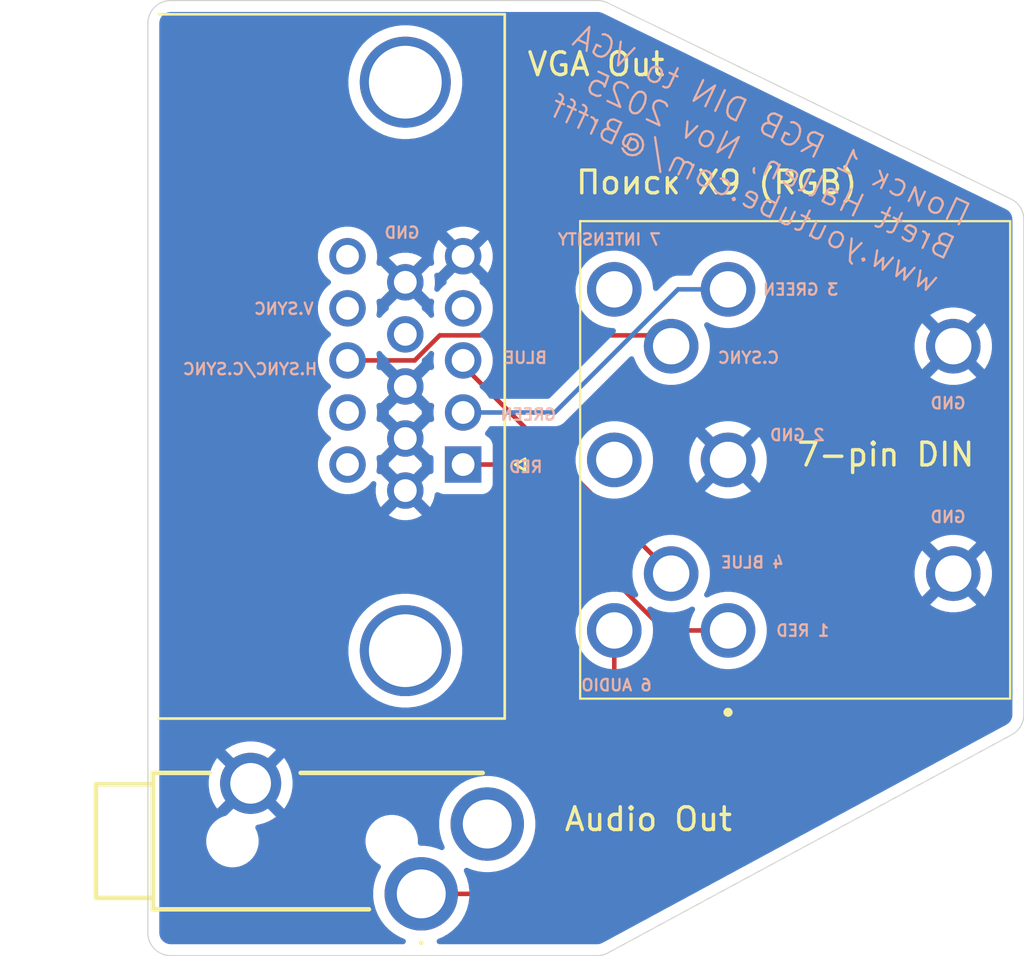
<source format=kicad_pcb>
(kicad_pcb (version 20241229) (generator "pcbnew") (generator_version "9.0")
  (title_block (title "Поиск 1 RGB DIN to VGA") (date "20/NOV/2025") (rev "A") (company "Brett Hallen") (comment 1 "www.youtube.com/@Brfff"))
  (layers (0 "F.Cu" signal) (2 "B.Cu" signal) (13 "F.Paste" user) (15 "B.Paste" user) (5 "F.SilkS" user "F.Silkscreen") (7 "B.SilkS" user "B.Silkscreen") (1 "F.Mask" user) (3 "B.Mask" user) (25 "Edge.Cuts" user))
  (net 0 "")
  (net 4 "V.SYNC")
  (net 5 "GND")
  (net 6 "RED")
  (net 7 "H.SYNC{slash}C.SYNC")
  (net 8 "BLUE")
  (net 11 "GREEN")
  (net 12 "AUDIO")
  (footprint "Connector_Dsub:DSUB-15-HD_Socket_Horizontal_P2.29x2.54mm_EdgePinOffset8.35mm_Housed_MountingHolesOffset10.89mm" (layer "F.Cu") (at 112.855 85.404338 -90)
    (property "Reference" "J2" (hide yes))
    (property "Value" "VGA Out" (at -17.604338 -5.845 180) (layer "F.SilkS"))
    (fp_line (start -19.8 13.37) (end -19.8 -1.83) (stroke (width 0.12)) (layer "F.SilkS"))
    (fp_line (start -19.8 -1.83) (end 11.17 -1.83) (stroke (width 0.12)) (layer "F.SilkS"))
    (fp_line (start 11.17 -1.83) (end 11.17 13.37) (stroke (width 0.12)) (layer "F.SilkS"))
    (fp_line (start 0 -2.291325) (end -0.25 -2.724338) (stroke (width 0.12)) (layer "F.SilkS"))
    (fp_line (start -0.25 -2.724338) (end 0.25 -2.724338) (stroke (width 0.12)) (layer "F.SilkS"))
    (fp_line (start 0.25 -2.724338) (end 0 -2.291325) (stroke (width 0.12)) (layer "F.SilkS"))
    (pad "0" thru_hole circle (at -16.815 2.54 270) (size 4 4) (drill 3.2) (layers "*.Cu" "*.Mask"))
    (pad "0" thru_hole circle (at 8.185 2.54 270) (size 4 4) (drill 3.2) (layers "*.Cu" "*.Mask"))
    (pad "1" thru_hole rect (at 0 0 270) (size 1.6 1.6) (drill 1) (layers "*.Cu" "*.Mask") (net 6 "RED"))
    (pad "2" thru_hole circle (at -2.29 0 270) (size 1.6 1.6) (drill 1) (layers "*.Cu" "*.Mask") (net 11 "GREEN"))
    (pad "3" thru_hole circle (at -4.58 0 270) (size 1.6 1.6) (drill 1) (layers "*.Cu" "*.Mask") (net 8 "BLUE"))
    (pad "4" thru_hole circle (at -6.87 0 270) (size 1.6 1.6) (drill 1) (layers "*.Cu" "*.Mask"))
    (pad "5" thru_hole circle (at -9.16 0 270) (size 1.6 1.6) (drill 1) (layers "*.Cu" "*.Mask") (net 5 "GND"))
    (pad "6" thru_hole circle (at 1.145 2.54 270) (size 1.6 1.6) (drill 1) (layers "*.Cu" "*.Mask") (net 5 "GND"))
    (pad "7" thru_hole circle (at -1.145 2.54 270) (size 1.6 1.6) (drill 1) (layers "*.Cu" "*.Mask") (net 5 "GND"))
    (pad "8" thru_hole circle (at -3.435 2.54 270) (size 1.6 1.6) (drill 1) (layers "*.Cu" "*.Mask") (net 5 "GND"))
    (pad "9" thru_hole circle (at -5.725 2.54 270) (size 1.6 1.6) (drill 1) (layers "*.Cu" "*.Mask"))
    (pad "10" thru_hole circle (at -8.015 2.54 270) (size 1.6 1.6) (drill 1) (layers "*.Cu" "*.Mask") (net 5 "GND"))
    (pad "11" thru_hole circle (at 0 5.08 270) (size 1.6 1.6) (drill 1) (layers "*.Cu" "*.Mask"))
    (pad "12" thru_hole circle (at -2.29 5.08 270) (size 1.6 1.6) (drill 1) (layers "*.Cu" "*.Mask"))
    (pad "13" thru_hole circle (at -4.58 5.08 270) (size 1.6 1.6) (drill 1) (layers "*.Cu" "*.Mask") (net 7 "H.SYNC{slash}C.SYNC"))
    (pad "14" thru_hole circle (at -6.87 5.08 270) (size 1.6 1.6) (drill 1) (layers "*.Cu" "*.Mask") (net 4 "V.SYNC"))
    (pad "15" thru_hole circle (at -9.16 5.08 270) (size 1.6 1.6) (drill 1) (layers "*.Cu" "*.Mask"))
  )
  (footprint "Clueless_Engineer:SJ3350820BTR" (layer "F.Cu") (at 111.016263 104.284316)
    (property "Reference" "J3" (hide yes))
    (property "Value" "Audio Out" (at 9.983737 -3.284316 0) (layer "F.SilkS"))
    (fp_line (start -14.3 -4.82) (end -14.3 0.18) (stroke (width 0.2)) (layer "F.SilkS"))
    (fp_line (start -14.3 0.18) (end -11.8 0.18) (stroke (width 0.2)) (layer "F.SilkS"))
    (fp_line (start -11.8 -5.32) (end -11.8 0.68) (stroke (width 0.2)) (layer "F.SilkS"))
    (fp_line (start -11.8 -4.82) (end -14.3 -4.82) (stroke (width 0.2)) (layer "F.SilkS"))
    (fp_line (start -11.8 0.68) (end -2.3 0.68) (stroke (width 0.2)) (layer "F.SilkS"))
    (fp_line (start -9.3 -5.32) (end -11.8 -5.32) (stroke (width 0.2)) (layer "F.SilkS"))
    (fp_line (start -5.3 -5.32) (end 2.7 -5.32) (stroke (width 0.2)) (layer "F.SilkS"))
    (fp_line (start 0 2.1) (end 0 2.1) (stroke (width 0.1)) (layer "F.SilkS"))
    (fp_line (start 0 2.2) (end 0 2.2) (stroke (width 0.1)) (layer "F.SilkS"))
    (fp_arc (start 0 2.1) (mid 0.05 2.15) (end 0 2.2) (stroke (width 0.1)) (layer "F.SilkS"))
    (fp_arc (start 0 2.2) (mid -0.05 2.15) (end 0 2.1) (stroke (width 0.1)) (layer "F.SilkS"))
    (pad "" np_thru_hole circle (at -8.3 -2.32) (size 1.8 1.8) (drill 1.8) (layers "*.Cu" "*.Mask"))
    (pad "" np_thru_hole circle (at -1.3 -2.32) (size 1.8 1.8) (drill 1.8) (layers "*.Cu" "*.Mask"))
    (pad "2" thru_hole circle (at 0 0) (size 3.225 3.225) (drill 2.15) (layers "*.Cu" "*.Mask") (net 12 "AUDIO"))
    (pad "3" thru_hole circle (at 2.9 -3.07) (size 3.225 3.225) (drill 2.15) (layers "*.Cu" "*.Mask"))
    (pad "5" thru_hole circle (at -7.5 -4.86) (size 2.685 2.685) (drill 1.79) (layers "*.Cu" "*.Mask") (net 5 "GND"))
  )
  (footprint "Clueless_Engineer:6710801" (layer "F.Cu") (at 124.5 92.7 -90)
    (property "Reference" "J1" (hide yes))
    (property "Value" "Поиск 1 X9 (Analogue RGB)" (hide yes))
    (fp_line (start -18 6.5) (end -18 -12.4) (stroke (width 0.1)) (layer "F.SilkS"))
    (fp_line (start 3 6.5) (end -18 6.5) (stroke (width 0.1)) (layer "F.SilkS"))
    (fp_line (start 3.6 0.1) (end 3.6 0.1) (stroke (width 0.2)) (layer "F.SilkS"))
    (fp_line (start 3.6 -0.1) (end 3.6 -0.1) (stroke (width 0.2)) (layer "F.SilkS"))
    (fp_line (start -18 -12.4) (end 3 -12.4) (stroke (width 0.1)) (layer "F.SilkS"))
    (fp_line (start 3 -12.4) (end 3 6.5) (stroke (width 0.1)) (layer "F.SilkS"))
    (fp_arc (start 3.6 0.1) (mid 3.5 0) (end 3.6 -0.1) (stroke (width 0.2)) (layer "F.SilkS"))
    (fp_arc (start 3.6 -0.1) (mid 3.7 0) (end 3.6 0.1) (stroke (width 0.2)) (layer "F.SilkS"))
    (pad "1" thru_hole circle (at 0 0 270) (size 2.4 2.4) (drill 1.6) (layers "*.Cu" "*.Mask") (net 6 "RED"))
    (pad "2" thru_hole circle (at -7.5 0 270) (size 2.4 2.4) (drill 1.6) (layers "*.Cu" "*.Mask") (net 5 "GND"))
    (pad "3" thru_hole circle (at -15 0 270) (size 2.4 2.4) (drill 1.6) (layers "*.Cu" "*.Mask") (net 11 "GREEN"))
    (pad "4" thru_hole circle (at -2.5 2.5 270) (size 2.4 2.4) (drill 1.6) (layers "*.Cu" "*.Mask") (net 8 "BLUE"))
    (pad "5" thru_hole circle (at -12.5 2.5 270) (size 2.4 2.4) (drill 1.6) (layers "*.Cu" "*.Mask") (net 7 "H.SYNC{slash}C.SYNC"))
    (pad "6" thru_hole circle (at 0 5 270) (size 2.4 2.4) (drill 1.6) (layers "*.Cu" "*.Mask") (net 12 "AUDIO"))
    (pad "7" thru_hole circle (at -15 5 270) (size 2.4 2.4) (drill 1.6) (layers "*.Cu" "*.Mask"))
    (pad "8" thru_hole circle (at -7.5 5 270) (size 2.4 2.4) (drill 1.6) (layers "*.Cu" "*.Mask"))
    (pad "MH1" thru_hole circle (at -2.5 -9.9 270) (size 2.4 2.4) (drill 1.6) (layers "*.Cu" "*.Mask") (net 5 "GND"))
    (pad "MH2" thru_hole circle (at -12.5 -9.9 270) (size 2.4 2.4) (drill 1.6) (layers "*.Cu" "*.Mask") (net 5 "GND"))
  )
  (gr_line (start 137.5 74.62557) (end 137.5 96.403798) (stroke (width 0.05)) (layer "Edge.Cuts"))
  (gr_arc (start 137.5 96.403798) (mid 137.35893 96.915894) (end 136.975517 97.283504) (stroke (width 0.05)) (layer "Edge.Cuts"))
  (gr_arc (start 99 66) (mid 99.292893 65.292893) (end 100 65) (stroke (width 0.05)) (layer "Edge.Cuts"))
  (gr_arc (start 136.937466 73.726335) (mid 137.347781 74.095224) (end 137.5 74.62557) (stroke (width 0.05)) (layer "Edge.Cuts"))
  (gr_line (start 99 106) (end 99 66) (stroke (width 0.05)) (layer "Edge.Cuts"))
  (gr_line (start 136.975517 97.283504) (end 119.222543 106.879706) (stroke (width 0.05)) (layer "Edge.Cuts"))
  (gr_line (start 100 65) (end 118.769662 65) (stroke (width 0.05)) (layer "Edge.Cuts"))
  (gr_arc (start 118.769662 65) (mid 118.994125 65.025509) (end 119.207128 65.100765) (stroke (width 0.05)) (layer "Edge.Cuts"))
  (gr_arc (start 119.222543 106.879706) (mid 118.992274 106.96946) (end 118.747026 107) (stroke (width 0.05)) (layer "Edge.Cuts"))
  (gr_line (start 118.747026 107) (end 100 107) (stroke (width 0.05)) (layer "Edge.Cuts"))
  (gr_arc (start 100 107) (mid 99.292893 106.707107) (end 99 106) (stroke (width 0.05)) (layer "Edge.Cuts"))
  (gr_line (start 119.207128 65.100765) (end 136.937466 73.726335) (stroke (width 0.05)) (layer "Edge.Cuts"))
  (gr_text "7-pin DIN" (at 127.45 85.55 0) (layer "F.SilkS") (effects (font (size 1 1)) (justify left bottom)))
  (gr_text "Поиск Х9 (RGB)" (at 124 73 0) (layer "F.SilkS") (effects (font (size 1 1))))
  (gr_text "Поиск 1 RGB DIN to VGA\nBrett Hallen, Nov 2025\nwww.youtube.com/@Brfff" (at 133.5 78 335) (layer "B.SilkS") (effects (font (size 1 1) (thickness 0.1)) (justify left bottom mirror)))
  (gr_text "4 BLUE" (at 127 90 0) (layer "B.SilkS") (effects (font (size 0.5 0.5) (thickness 0.1) (bold yes)) (justify left bottom mirror)))
  (gr_text "GND" (at 135 83 0) (layer "B.SilkS") (effects (font (size 0.5 0.5) (thickness 0.1) (bold yes)) (justify left bottom mirror)))
  (gr_text "BLUE" (at 116.6 81 0) (layer "B.SilkS") (effects (font (size 0.5 0.5) (thickness 0.1) (bold yes)) (justify left bottom mirror)))
  (gr_text "7 INTENSITY" (at 121.6 75.8 0) (layer "B.SilkS") (effects (font (size 0.5 0.5) (thickness 0.1) (bold yes)) (justify left bottom mirror)))
  (gr_text "6 AUDIO" (at 121.2 95.4 0) (layer "B.SilkS") (effects (font (size 0.5 0.5) (thickness 0.1) (bold yes)) (justify left bottom mirror)))
  (gr_text "RED" (at 116.4 85.8 0) (layer "B.SilkS") (effects (font (size 0.5 0.5) (thickness 0.1) (bold yes)) (justify left bottom mirror)))
  (gr_text "C.SYNC" (at 126.8 81 0) (layer "B.SilkS") (effects (font (size 0.5 0.5) (thickness 0.1) (bold yes)) (justify left bottom mirror)))
  (gr_text "1 RED" (at 129 93 0) (layer "B.SilkS") (effects (font (size 0.5 0.5) (thickness 0.1) (bold yes)) (justify left bottom mirror)))
  (gr_text "GND" (at 111 75.5 0) (layer "B.SilkS") (effects (font (size 0.5 0.5) (thickness 0.1) (bold yes)) (justify left bottom mirror)))
  (gr_text "H.SYNC/C.SYNC" (at 106.5 81.5 0) (layer "B.SilkS") (effects (font (size 0.5 0.5) (thickness 0.1) (bold yes)) (justify left bottom mirror)))
  (gr_text "GREEN" (at 117 83.5 0) (layer "B.SilkS") (effects (font (size 0.5 0.5) (thickness 0.1) (bold yes)) (justify left bottom mirror)))
  (gr_text "V.SYNC" (at 106.34091 78.846147 0) (layer "B.SilkS") (effects (font (size 0.5 0.5) (thickness 0.1) (bold yes)) (justify left bottom mirror)))
  (gr_text "2 GND" (at 128.8 84.4 0) (layer "B.SilkS") (effects (font (size 0.5 0.5) (thickness 0.1) (bold yes)) (justify left bottom mirror)))
  (gr_text "GND" (at 135 88 0) (layer "B.SilkS") (effects (font (size 0.5 0.5) (thickness 0.1) (bold yes)) (justify left bottom mirror)))
  (gr_text "3 GREEN" (at 129.4 78 0) (layer "B.SilkS") (effects (font (size 0.5 0.5) (thickness 0.1) (bold yes)) (justify left bottom mirror)))
  (segment (start 114.404338 85.404338) (end 112.855 85.404338) (width 0.2) (layer "F.Cu") (net 6))
  (segment (start 121.7 92.7) (end 114.404338 85.404338) (width 0.2) (layer "F.Cu") (net 6))
  (segment (start 124.5 92.7) (end 121.7 92.7) (width 0.2) (layer "F.Cu") (net 6))
  (segment (start 122 80.2) (end 121.523338 79.723338) (width 0.2) (layer "F.Cu") (net 7))
  (segment (start 111.82805 79.723338) (end 110.72705 80.824338) (width 0.2) (layer "F.Cu") (net 7))
  (segment (start 110.72705 80.824338) (end 107.775 80.824338) (width 0.2) (layer "F.Cu") (net 7))
  (segment (start 121.523338 79.723338) (end 111.82805 79.723338) (width 0.2) (layer "F.Cu") (net 7))
  (segment (start 122 80.2) (end 121.523338 79.723338) (width 0.2) (layer "B.Cu") (net 7))
  (segment (start 122 90.2) (end 112.855 81.055) (width 0.2) (layer "F.Cu") (net 8))
  (segment (start 112.855 81.055) (end 112.855 80.824338) (width 0.2) (layer "F.Cu") (net 8))
  (segment (start 112.855 81.055) (end 112.855 80.824338) (width 0.2) (layer "B.Cu") (net 8))
  (segment (start 116.885662 83.114338) (end 112.855 83.114338) (width 0.2) (layer "B.Cu") (net 11))
  (segment (start 124.5 77.7) (end 122.3 77.7) (width 0.2) (layer "B.Cu") (net 11))
  (segment (start 122.3 77.7) (end 116.885662 83.114338) (width 0.2) (layer "B.Cu") (net 11))
  (segment (start 119.5 100.5) (end 119.5 92.7) (width 0.2) (layer "F.Cu") (net 12))
  (segment (start 115.715684 104.284316) (end 119.5 100.5) (width 0.2) (layer "F.Cu") (net 12))
  (segment (start 111.016263 104.284316) (end 115.715684 104.284316) (width 0.2) (layer "F.Cu") (net 12))
  (zone (net 5) (net_name "GND") (layer "B.Cu") (connect_pads (clearance 0.5)) (min_thickness 0.25) (fill yes (thermal_gap 0.5) (thermal_bridge_width 0.5))
    (polygon (pts (xy 99 65) (xy 119 65) (xy 137.5 74) (xy 137.5 97) (xy 119 107) (xy 99 107)))
  )
)
</source>
